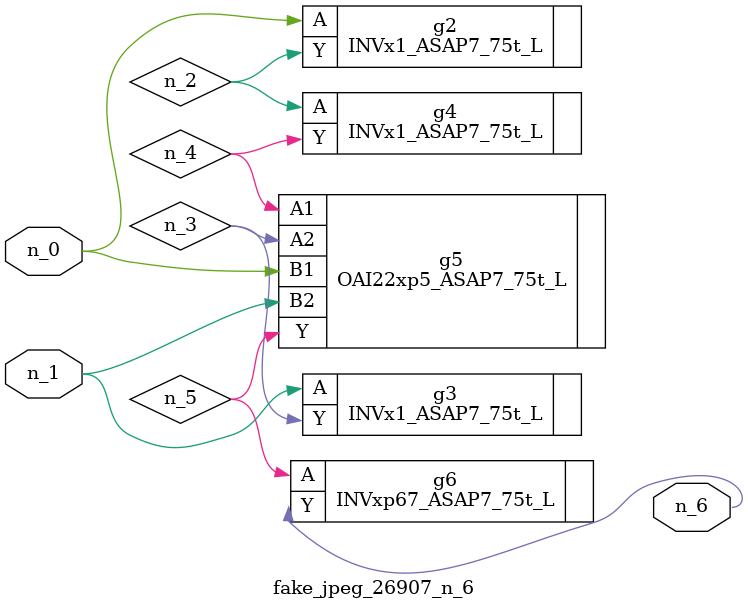
<source format=v>
module fake_jpeg_26907_n_6 (n_0, n_1, n_6);

input n_0;
input n_1;

output n_6;

wire n_3;
wire n_2;
wire n_4;
wire n_5;

INVx1_ASAP7_75t_L g2 ( 
.A(n_0),
.Y(n_2)
);

INVx1_ASAP7_75t_L g3 ( 
.A(n_1),
.Y(n_3)
);

INVx1_ASAP7_75t_L g4 ( 
.A(n_2),
.Y(n_4)
);

OAI22xp5_ASAP7_75t_L g5 ( 
.A1(n_4),
.A2(n_3),
.B1(n_0),
.B2(n_1),
.Y(n_5)
);

INVxp67_ASAP7_75t_L g6 ( 
.A(n_5),
.Y(n_6)
);


endmodule
</source>
